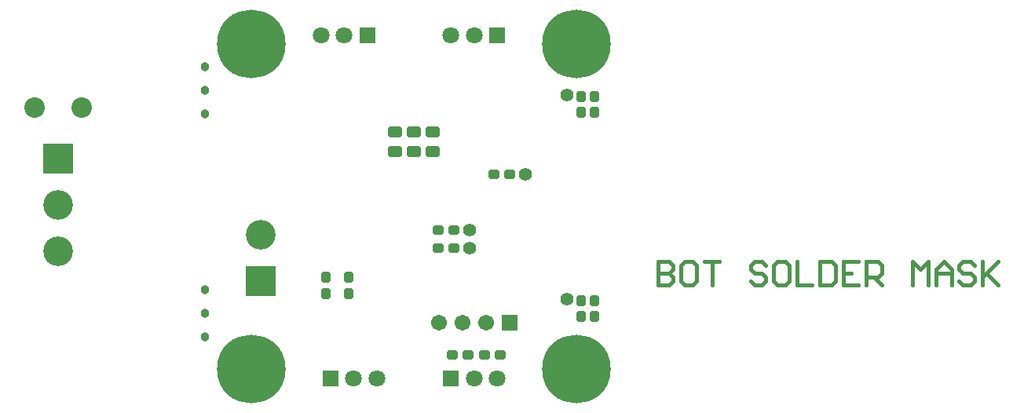
<source format=gbs>
G04*
G04 #@! TF.GenerationSoftware,Altium Limited,Altium Designer,23.4.1 (23)*
G04*
G04 Layer_Color=16711935*
%FSLAX44Y44*%
%MOMM*%
G71*
G04*
G04 #@! TF.SameCoordinates,AC87B314-1984-4FFE-BA22-F28876D7C55D*
G04*
G04*
G04 #@! TF.FilePolarity,Negative*
G04*
G01*
G75*
%ADD17C,0.4000*%
G04:AMPARAMS|DCode=40|XSize=1.1032mm|YSize=1.6032mm|CornerRadius=0.1691mm|HoleSize=0mm|Usage=FLASHONLY|Rotation=270.000|XOffset=0mm|YOffset=0mm|HoleType=Round|Shape=RoundedRectangle|*
%AMROUNDEDRECTD40*
21,1,1.1032,1.2650,0,0,270.0*
21,1,0.7650,1.6032,0,0,270.0*
1,1,0.3382,-0.6325,-0.3825*
1,1,0.3382,-0.6325,0.3825*
1,1,0.3382,0.6325,0.3825*
1,1,0.3382,0.6325,-0.3825*
%
%ADD40ROUNDEDRECTD40*%
%ADD46C,1.4032*%
G04:AMPARAMS|DCode=47|XSize=1.1032mm|YSize=1.0032mm|CornerRadius=0.1616mm|HoleSize=0mm|Usage=FLASHONLY|Rotation=0.000|XOffset=0mm|YOffset=0mm|HoleType=Round|Shape=RoundedRectangle|*
%AMROUNDEDRECTD47*
21,1,1.1032,0.6800,0,0,0.0*
21,1,0.7800,1.0032,0,0,0.0*
1,1,0.3232,0.3900,-0.3400*
1,1,0.3232,-0.3900,-0.3400*
1,1,0.3232,-0.3900,0.3400*
1,1,0.3232,0.3900,0.3400*
%
%ADD47ROUNDEDRECTD47*%
%ADD54C,0.9652*%
%ADD55R,3.2032X3.2032*%
%ADD56C,3.2032*%
%ADD57C,1.7032*%
%ADD58R,1.7032X1.7032*%
%ADD59C,1.8032*%
%ADD60R,1.8032X1.8032*%
%ADD61C,2.2032*%
%ADD62C,7.4000*%
G04:AMPARAMS|DCode=82|XSize=1.1032mm|YSize=1.0032mm|CornerRadius=0.1616mm|HoleSize=0mm|Usage=FLASHONLY|Rotation=90.000|XOffset=0mm|YOffset=0mm|HoleType=Round|Shape=RoundedRectangle|*
%AMROUNDEDRECTD82*
21,1,1.1032,0.6800,0,0,90.0*
21,1,0.7800,1.0032,0,0,90.0*
1,1,0.3232,0.3400,0.3900*
1,1,0.3232,0.3400,-0.3900*
1,1,0.3232,-0.3400,-0.3900*
1,1,0.3232,-0.3400,0.3900*
%
%ADD82ROUNDEDRECTD82*%
G36*
X256410Y84476D02*
X258507Y83950D01*
X252220Y71960D01*
X247680D01*
X241404Y83928D01*
Y83928D01*
X241404D01*
X243501Y84459D01*
X247792Y84997D01*
X252117Y85003D01*
X256410Y84476D01*
D02*
G37*
G36*
X267913Y80069D02*
X269771Y78962D01*
X273185Y76308D01*
X276248Y73254D01*
X278911Y69846D01*
X280022Y67991D01*
X267098Y63958D01*
X263888Y67169D01*
X267913Y80069D01*
X267913Y80069D01*
Y80069D01*
D02*
G37*
G36*
X236042Y67098D02*
X232831Y63888D01*
X219931Y67913D01*
X219931Y67913D01*
X221038Y69771D01*
X223692Y73185D01*
X226746Y76248D01*
X230154Y78910D01*
X232009Y80022D01*
X236042Y67098D01*
D02*
G37*
G36*
X284459Y56499D02*
X284997Y52208D01*
X285003Y47883D01*
X284476Y43590D01*
X283950Y41493D01*
X271960Y47780D01*
Y52320D01*
X283928Y58596D01*
X283928D01*
X284459Y56499D01*
D02*
G37*
G36*
X228040Y52220D02*
Y47680D01*
X216072Y41404D01*
X216072D01*
X216072Y41404D01*
X215541Y43501D01*
X215003Y47792D01*
X214997Y52117D01*
X215524Y56410D01*
X216050Y58507D01*
X228040Y52220D01*
D02*
G37*
G36*
X280069Y32087D02*
X280069Y32087D01*
X280069Y32087D01*
X278962Y30229D01*
X276308Y26815D01*
X273254Y23752D01*
X269846Y21089D01*
X267991Y19978D01*
X263958Y32902D01*
X267169Y36112D01*
X280069Y32087D01*
D02*
G37*
G36*
X236112Y32831D02*
X232087Y19931D01*
X232087Y19931D01*
X232087D01*
X230229Y21038D01*
X226815Y23692D01*
X223752Y26746D01*
X221089Y30154D01*
X219978Y32009D01*
X232902Y36042D01*
X236112Y32831D01*
D02*
G37*
G36*
X258596Y16072D02*
Y16072D01*
Y16072D01*
X256499Y15541D01*
X252208Y15003D01*
X247883Y14997D01*
X243590Y15524D01*
X241493Y16050D01*
X247780Y28040D01*
X252320D01*
X258596Y16072D01*
D02*
G37*
G36*
X606410Y84476D02*
X608507Y83950D01*
X602220Y71960D01*
X597680D01*
X591404Y83928D01*
Y83928D01*
X591404D01*
X593501Y84459D01*
X597792Y84997D01*
X602117Y85003D01*
X606410Y84476D01*
D02*
G37*
G36*
X617913Y80069D02*
X619771Y78962D01*
X623185Y76308D01*
X626248Y73254D01*
X628910Y69846D01*
X630022Y67991D01*
X617098Y63958D01*
X613888Y67169D01*
X617913Y80069D01*
X617913Y80069D01*
Y80069D01*
D02*
G37*
G36*
X586042Y67098D02*
X582831Y63888D01*
X569931Y67913D01*
X569931Y67913D01*
X571038Y69771D01*
X573692Y73185D01*
X576746Y76248D01*
X580154Y78910D01*
X582009Y80022D01*
X586042Y67098D01*
D02*
G37*
G36*
X634459Y56499D02*
X634997Y52208D01*
X635003Y47883D01*
X634476Y43590D01*
X633950Y41493D01*
X621960Y47780D01*
Y52320D01*
X633928Y58596D01*
X633928D01*
X634459Y56499D01*
D02*
G37*
G36*
X578040Y52220D02*
Y47680D01*
X566072Y41404D01*
X566072D01*
X566072Y41404D01*
X565541Y43501D01*
X565003Y47792D01*
X564997Y52117D01*
X565524Y56410D01*
X566050Y58507D01*
X578040Y52220D01*
D02*
G37*
G36*
X630069Y32087D02*
X630069Y32087D01*
X630069Y32087D01*
X628962Y30229D01*
X626308Y26815D01*
X623254Y23752D01*
X619846Y21089D01*
X617991Y19978D01*
X613958Y32902D01*
X617169Y36112D01*
X630069Y32087D01*
D02*
G37*
G36*
X586112Y32831D02*
X582087Y19931D01*
X582087Y19931D01*
X582087D01*
X580229Y21038D01*
X576814Y23692D01*
X573752Y26746D01*
X571090Y30154D01*
X569978Y32009D01*
X582902Y36042D01*
X586112Y32831D01*
D02*
G37*
G36*
X608596Y16072D02*
Y16072D01*
Y16072D01*
X606499Y15541D01*
X602208Y15003D01*
X597883Y14997D01*
X593590Y15524D01*
X591493Y16050D01*
X597780Y28040D01*
X602320D01*
X608596Y16072D01*
D02*
G37*
G36*
X256410Y434476D02*
X258507Y433950D01*
X252220Y421960D01*
X247680D01*
X241404Y433928D01*
Y433928D01*
X241404D01*
X243501Y434459D01*
X247792Y434997D01*
X252117Y435003D01*
X256410Y434476D01*
D02*
G37*
G36*
X267913Y430069D02*
X269771Y428962D01*
X273185Y426308D01*
X276248Y423254D01*
X278911Y419846D01*
X280022Y417991D01*
X267098Y413958D01*
X263888Y417169D01*
X267913Y430069D01*
X267913Y430069D01*
Y430069D01*
D02*
G37*
G36*
X236042Y417098D02*
X232831Y413888D01*
X219931Y417913D01*
X219931Y417913D01*
X221038Y419771D01*
X223692Y423185D01*
X226746Y426248D01*
X230154Y428910D01*
X232009Y430022D01*
X236042Y417098D01*
D02*
G37*
G36*
X284459Y406499D02*
X284997Y402208D01*
X285003Y397883D01*
X284476Y393590D01*
X283950Y391493D01*
X271960Y397780D01*
Y402320D01*
X283928Y408596D01*
X283928D01*
X284459Y406499D01*
D02*
G37*
G36*
X228040Y402220D02*
Y397680D01*
X216072Y391404D01*
X216072D01*
X216072Y391404D01*
X215541Y393501D01*
X215003Y397792D01*
X214997Y402117D01*
X215524Y406410D01*
X216050Y408507D01*
X228040Y402220D01*
D02*
G37*
G36*
X280069Y382087D02*
X280069Y382087D01*
X280069Y382087D01*
X278962Y380229D01*
X276308Y376814D01*
X273254Y373752D01*
X269846Y371090D01*
X267991Y369978D01*
X263958Y382902D01*
X267169Y386112D01*
X280069Y382087D01*
D02*
G37*
G36*
X236112Y382831D02*
X232087Y369931D01*
X232087Y369931D01*
X232087D01*
X230229Y371038D01*
X226815Y373692D01*
X223752Y376746D01*
X221089Y380154D01*
X219978Y382009D01*
X232902Y386042D01*
X236112Y382831D01*
D02*
G37*
G36*
X258596Y366072D02*
Y366072D01*
Y366072D01*
X256499Y365541D01*
X252208Y365003D01*
X247883Y364997D01*
X243590Y365524D01*
X241493Y366050D01*
X247780Y378040D01*
X252320D01*
X258596Y366072D01*
D02*
G37*
G36*
X606410Y434476D02*
X608507Y433950D01*
X602220Y421960D01*
X597680D01*
X591404Y433928D01*
Y433928D01*
X591404D01*
X593501Y434459D01*
X597792Y434997D01*
X602117Y435003D01*
X606410Y434476D01*
D02*
G37*
G36*
X617913Y430069D02*
X619771Y428962D01*
X623185Y426308D01*
X626248Y423254D01*
X628910Y419846D01*
X630022Y417991D01*
X617098Y413958D01*
X613888Y417169D01*
X617913Y430069D01*
X617913Y430069D01*
Y430069D01*
D02*
G37*
G36*
X586042Y417098D02*
X582831Y413888D01*
X569931Y417913D01*
X569931Y417913D01*
X571038Y419771D01*
X573692Y423185D01*
X576746Y426248D01*
X580154Y428910D01*
X582009Y430022D01*
X586042Y417098D01*
D02*
G37*
G36*
X634459Y406499D02*
X634997Y402208D01*
X635003Y397883D01*
X634476Y393590D01*
X633950Y391493D01*
X621960Y397780D01*
Y402320D01*
X633928Y408596D01*
X633928D01*
X634459Y406499D01*
D02*
G37*
G36*
X578040Y402220D02*
Y397680D01*
X566072Y391404D01*
X566072D01*
X566072Y391404D01*
X565541Y393501D01*
X565003Y397792D01*
X564997Y402117D01*
X565524Y406410D01*
X566050Y408507D01*
X578040Y402220D01*
D02*
G37*
G36*
X630069Y382087D02*
X630069Y382087D01*
X630069Y382087D01*
X628962Y380229D01*
X626308Y376815D01*
X623254Y373752D01*
X619846Y371090D01*
X617991Y369978D01*
X613958Y382902D01*
X617169Y386112D01*
X630069Y382087D01*
D02*
G37*
G36*
X586112Y382831D02*
X582087Y369931D01*
X582087Y369931D01*
X582087D01*
X580229Y371038D01*
X576814Y373692D01*
X573752Y376746D01*
X571090Y380154D01*
X569978Y382009D01*
X582902Y386042D01*
X586112Y382831D01*
D02*
G37*
G36*
X608596Y366072D02*
Y366072D01*
Y366072D01*
X606499Y365541D01*
X602208Y365003D01*
X597883Y364997D01*
X593590Y365524D01*
X591493Y366050D01*
X597780Y378040D01*
X602320D01*
X608596Y366072D01*
D02*
G37*
D17*
X688000Y165628D02*
Y140636D01*
X700496D01*
X704661Y144802D01*
Y148967D01*
X700496Y153132D01*
X688000D01*
X700496D01*
X704661Y157298D01*
Y161463D01*
X700496Y165628D01*
X688000D01*
X725488D02*
X717157D01*
X712992Y161463D01*
Y144802D01*
X717157Y140636D01*
X725488D01*
X729653Y144802D01*
Y161463D01*
X725488Y165628D01*
X737984D02*
X754645D01*
X746314D01*
Y140636D01*
X804629Y161463D02*
X800464Y165628D01*
X792133D01*
X787968Y161463D01*
Y157298D01*
X792133Y153132D01*
X800464D01*
X804629Y148967D01*
Y144802D01*
X800464Y140636D01*
X792133D01*
X787968Y144802D01*
X825456Y165628D02*
X817125D01*
X812960Y161463D01*
Y144802D01*
X817125Y140636D01*
X825456D01*
X829621Y144802D01*
Y161463D01*
X825456Y165628D01*
X837952D02*
Y140636D01*
X854613D01*
X862943Y165628D02*
Y140636D01*
X875439D01*
X879605Y144802D01*
Y161463D01*
X875439Y165628D01*
X862943D01*
X904597D02*
X887935D01*
Y140636D01*
X904597D01*
X887935Y153132D02*
X896266D01*
X912927Y140636D02*
Y165628D01*
X925423D01*
X929589Y161463D01*
Y153132D01*
X925423Y148967D01*
X912927D01*
X921258D02*
X929589Y140636D01*
X962911D02*
Y165628D01*
X971242Y157298D01*
X979572Y165628D01*
Y140636D01*
X987903D02*
Y157298D01*
X996234Y165628D01*
X1004564Y157298D01*
Y140636D01*
Y153132D01*
X987903D01*
X1029556Y161463D02*
X1025391Y165628D01*
X1017060D01*
X1012895Y161463D01*
Y157298D01*
X1017060Y153132D01*
X1025391D01*
X1029556Y148967D01*
Y144802D01*
X1025391Y140636D01*
X1017060D01*
X1012895Y144802D01*
X1037887Y165628D02*
Y140636D01*
Y148967D01*
X1054548Y165628D01*
X1042052Y153132D01*
X1054548Y140636D01*
D40*
X405000Y284500D02*
D03*
Y305500D02*
D03*
X425000Y284500D02*
D03*
Y305500D02*
D03*
X445000Y284500D02*
D03*
Y305500D02*
D03*
D46*
X590000Y345000D02*
D03*
Y125000D02*
D03*
X545000Y260000D02*
D03*
X485000Y180000D02*
D03*
Y200000D02*
D03*
D47*
X468500D02*
D03*
X451500D02*
D03*
X451500Y180000D02*
D03*
X468500D02*
D03*
X511500Y260000D02*
D03*
X528500D02*
D03*
X518500Y65000D02*
D03*
X501500D02*
D03*
X483500D02*
D03*
X466500D02*
D03*
D54*
X200000Y375400D02*
D03*
Y324600D02*
D03*
Y350000D02*
D03*
Y135400D02*
D03*
Y84600D02*
D03*
Y110000D02*
D03*
D55*
X260000Y145000D02*
D03*
X41604Y277000D02*
D03*
D56*
X260000Y195000D02*
D03*
X41604Y177000D02*
D03*
Y227000D02*
D03*
D57*
X502700Y100000D02*
D03*
X477300Y100000D02*
D03*
X451900D02*
D03*
D58*
X528100Y100000D02*
D03*
D59*
X490000Y410000D02*
D03*
X465000D02*
D03*
X350000D02*
D03*
X325000D02*
D03*
X490000Y40000D02*
D03*
X515000D02*
D03*
X360000D02*
D03*
X385000D02*
D03*
D60*
X515000Y410000D02*
D03*
X375000D02*
D03*
X465000Y40000D02*
D03*
X335000D02*
D03*
D61*
X16104Y332000D02*
D03*
X67104D02*
D03*
D62*
X600000Y400000D02*
D03*
X250000Y400000D02*
D03*
X600000Y50000D02*
D03*
X250000D02*
D03*
D82*
X605000Y106500D02*
D03*
Y123500D02*
D03*
X620000Y326500D02*
D03*
Y343500D02*
D03*
X355000Y148500D02*
D03*
Y131500D02*
D03*
X330000Y148500D02*
D03*
Y131500D02*
D03*
X620000Y106500D02*
D03*
Y123500D02*
D03*
X605000Y326500D02*
D03*
Y343500D02*
D03*
M02*

</source>
